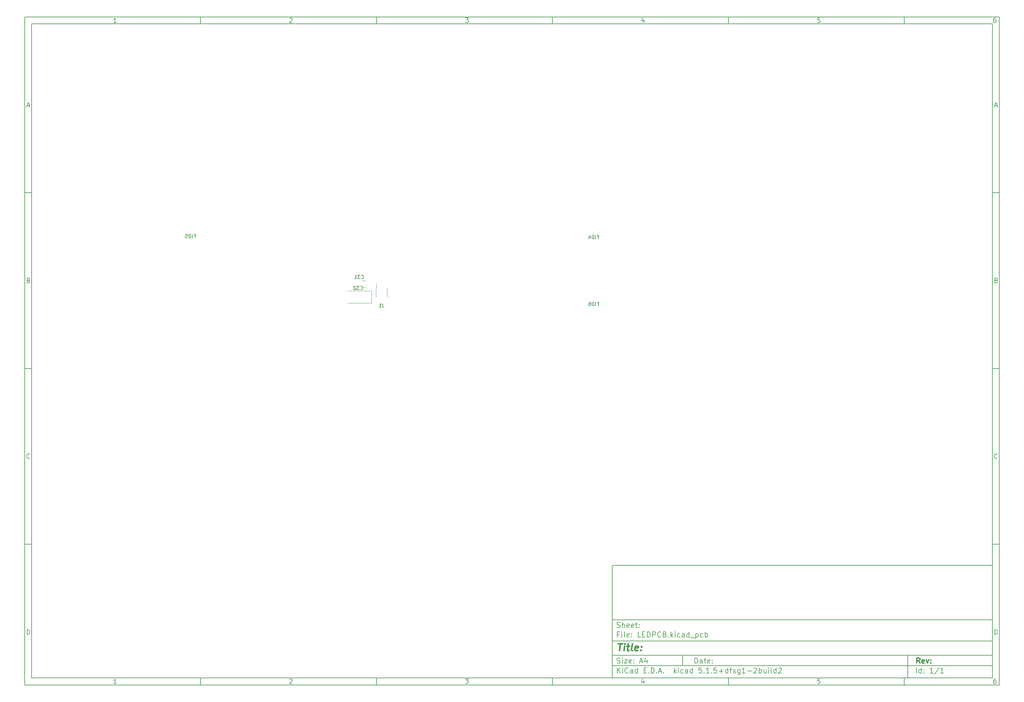
<source format=gbr>
G04 #@! TF.GenerationSoftware,KiCad,Pcbnew,5.1.5+dfsg1-2build2*
G04 #@! TF.CreationDate,2020-12-16T22:25:05+01:00*
G04 #@! TF.ProjectId,LEDPCB,4c454450-4342-42e6-9b69-6361645f7063,rev?*
G04 #@! TF.SameCoordinates,Original*
G04 #@! TF.FileFunction,Legend,Bot*
G04 #@! TF.FilePolarity,Positive*
%FSLAX46Y46*%
G04 Gerber Fmt 4.6, Leading zero omitted, Abs format (unit mm)*
G04 Created by KiCad (PCBNEW 5.1.5+dfsg1-2build2) date 2020-12-16 22:25:05*
%MOMM*%
%LPD*%
G04 APERTURE LIST*
%ADD10C,0.100000*%
%ADD11C,0.150000*%
%ADD12C,0.300000*%
%ADD13C,0.400000*%
%ADD14C,0.120000*%
G04 APERTURE END LIST*
D10*
D11*
X177002200Y-166007200D02*
X177002200Y-198007200D01*
X285002200Y-198007200D01*
X285002200Y-166007200D01*
X177002200Y-166007200D01*
D10*
D11*
X10000000Y-10000000D02*
X10000000Y-200007200D01*
X287002200Y-200007200D01*
X287002200Y-10000000D01*
X10000000Y-10000000D01*
D10*
D11*
X12000000Y-12000000D02*
X12000000Y-198007200D01*
X285002200Y-198007200D01*
X285002200Y-12000000D01*
X12000000Y-12000000D01*
D10*
D11*
X60000000Y-12000000D02*
X60000000Y-10000000D01*
D10*
D11*
X110000000Y-12000000D02*
X110000000Y-10000000D01*
D10*
D11*
X160000000Y-12000000D02*
X160000000Y-10000000D01*
D10*
D11*
X210000000Y-12000000D02*
X210000000Y-10000000D01*
D10*
D11*
X260000000Y-12000000D02*
X260000000Y-10000000D01*
D10*
D11*
X36065476Y-11588095D02*
X35322619Y-11588095D01*
X35694047Y-11588095D02*
X35694047Y-10288095D01*
X35570238Y-10473809D01*
X35446428Y-10597619D01*
X35322619Y-10659523D01*
D10*
D11*
X85322619Y-10411904D02*
X85384523Y-10350000D01*
X85508333Y-10288095D01*
X85817857Y-10288095D01*
X85941666Y-10350000D01*
X86003571Y-10411904D01*
X86065476Y-10535714D01*
X86065476Y-10659523D01*
X86003571Y-10845238D01*
X85260714Y-11588095D01*
X86065476Y-11588095D01*
D10*
D11*
X135260714Y-10288095D02*
X136065476Y-10288095D01*
X135632142Y-10783333D01*
X135817857Y-10783333D01*
X135941666Y-10845238D01*
X136003571Y-10907142D01*
X136065476Y-11030952D01*
X136065476Y-11340476D01*
X136003571Y-11464285D01*
X135941666Y-11526190D01*
X135817857Y-11588095D01*
X135446428Y-11588095D01*
X135322619Y-11526190D01*
X135260714Y-11464285D01*
D10*
D11*
X185941666Y-10721428D02*
X185941666Y-11588095D01*
X185632142Y-10226190D02*
X185322619Y-11154761D01*
X186127380Y-11154761D01*
D10*
D11*
X236003571Y-10288095D02*
X235384523Y-10288095D01*
X235322619Y-10907142D01*
X235384523Y-10845238D01*
X235508333Y-10783333D01*
X235817857Y-10783333D01*
X235941666Y-10845238D01*
X236003571Y-10907142D01*
X236065476Y-11030952D01*
X236065476Y-11340476D01*
X236003571Y-11464285D01*
X235941666Y-11526190D01*
X235817857Y-11588095D01*
X235508333Y-11588095D01*
X235384523Y-11526190D01*
X235322619Y-11464285D01*
D10*
D11*
X285941666Y-10288095D02*
X285694047Y-10288095D01*
X285570238Y-10350000D01*
X285508333Y-10411904D01*
X285384523Y-10597619D01*
X285322619Y-10845238D01*
X285322619Y-11340476D01*
X285384523Y-11464285D01*
X285446428Y-11526190D01*
X285570238Y-11588095D01*
X285817857Y-11588095D01*
X285941666Y-11526190D01*
X286003571Y-11464285D01*
X286065476Y-11340476D01*
X286065476Y-11030952D01*
X286003571Y-10907142D01*
X285941666Y-10845238D01*
X285817857Y-10783333D01*
X285570238Y-10783333D01*
X285446428Y-10845238D01*
X285384523Y-10907142D01*
X285322619Y-11030952D01*
D10*
D11*
X60000000Y-198007200D02*
X60000000Y-200007200D01*
D10*
D11*
X110000000Y-198007200D02*
X110000000Y-200007200D01*
D10*
D11*
X160000000Y-198007200D02*
X160000000Y-200007200D01*
D10*
D11*
X210000000Y-198007200D02*
X210000000Y-200007200D01*
D10*
D11*
X260000000Y-198007200D02*
X260000000Y-200007200D01*
D10*
D11*
X36065476Y-199595295D02*
X35322619Y-199595295D01*
X35694047Y-199595295D02*
X35694047Y-198295295D01*
X35570238Y-198481009D01*
X35446428Y-198604819D01*
X35322619Y-198666723D01*
D10*
D11*
X85322619Y-198419104D02*
X85384523Y-198357200D01*
X85508333Y-198295295D01*
X85817857Y-198295295D01*
X85941666Y-198357200D01*
X86003571Y-198419104D01*
X86065476Y-198542914D01*
X86065476Y-198666723D01*
X86003571Y-198852438D01*
X85260714Y-199595295D01*
X86065476Y-199595295D01*
D10*
D11*
X135260714Y-198295295D02*
X136065476Y-198295295D01*
X135632142Y-198790533D01*
X135817857Y-198790533D01*
X135941666Y-198852438D01*
X136003571Y-198914342D01*
X136065476Y-199038152D01*
X136065476Y-199347676D01*
X136003571Y-199471485D01*
X135941666Y-199533390D01*
X135817857Y-199595295D01*
X135446428Y-199595295D01*
X135322619Y-199533390D01*
X135260714Y-199471485D01*
D10*
D11*
X185941666Y-198728628D02*
X185941666Y-199595295D01*
X185632142Y-198233390D02*
X185322619Y-199161961D01*
X186127380Y-199161961D01*
D10*
D11*
X236003571Y-198295295D02*
X235384523Y-198295295D01*
X235322619Y-198914342D01*
X235384523Y-198852438D01*
X235508333Y-198790533D01*
X235817857Y-198790533D01*
X235941666Y-198852438D01*
X236003571Y-198914342D01*
X236065476Y-199038152D01*
X236065476Y-199347676D01*
X236003571Y-199471485D01*
X235941666Y-199533390D01*
X235817857Y-199595295D01*
X235508333Y-199595295D01*
X235384523Y-199533390D01*
X235322619Y-199471485D01*
D10*
D11*
X285941666Y-198295295D02*
X285694047Y-198295295D01*
X285570238Y-198357200D01*
X285508333Y-198419104D01*
X285384523Y-198604819D01*
X285322619Y-198852438D01*
X285322619Y-199347676D01*
X285384523Y-199471485D01*
X285446428Y-199533390D01*
X285570238Y-199595295D01*
X285817857Y-199595295D01*
X285941666Y-199533390D01*
X286003571Y-199471485D01*
X286065476Y-199347676D01*
X286065476Y-199038152D01*
X286003571Y-198914342D01*
X285941666Y-198852438D01*
X285817857Y-198790533D01*
X285570238Y-198790533D01*
X285446428Y-198852438D01*
X285384523Y-198914342D01*
X285322619Y-199038152D01*
D10*
D11*
X10000000Y-60000000D02*
X12000000Y-60000000D01*
D10*
D11*
X10000000Y-110000000D02*
X12000000Y-110000000D01*
D10*
D11*
X10000000Y-160000000D02*
X12000000Y-160000000D01*
D10*
D11*
X10690476Y-35216666D02*
X11309523Y-35216666D01*
X10566666Y-35588095D02*
X11000000Y-34288095D01*
X11433333Y-35588095D01*
D10*
D11*
X11092857Y-84907142D02*
X11278571Y-84969047D01*
X11340476Y-85030952D01*
X11402380Y-85154761D01*
X11402380Y-85340476D01*
X11340476Y-85464285D01*
X11278571Y-85526190D01*
X11154761Y-85588095D01*
X10659523Y-85588095D01*
X10659523Y-84288095D01*
X11092857Y-84288095D01*
X11216666Y-84350000D01*
X11278571Y-84411904D01*
X11340476Y-84535714D01*
X11340476Y-84659523D01*
X11278571Y-84783333D01*
X11216666Y-84845238D01*
X11092857Y-84907142D01*
X10659523Y-84907142D01*
D10*
D11*
X11402380Y-135464285D02*
X11340476Y-135526190D01*
X11154761Y-135588095D01*
X11030952Y-135588095D01*
X10845238Y-135526190D01*
X10721428Y-135402380D01*
X10659523Y-135278571D01*
X10597619Y-135030952D01*
X10597619Y-134845238D01*
X10659523Y-134597619D01*
X10721428Y-134473809D01*
X10845238Y-134350000D01*
X11030952Y-134288095D01*
X11154761Y-134288095D01*
X11340476Y-134350000D01*
X11402380Y-134411904D01*
D10*
D11*
X10659523Y-185588095D02*
X10659523Y-184288095D01*
X10969047Y-184288095D01*
X11154761Y-184350000D01*
X11278571Y-184473809D01*
X11340476Y-184597619D01*
X11402380Y-184845238D01*
X11402380Y-185030952D01*
X11340476Y-185278571D01*
X11278571Y-185402380D01*
X11154761Y-185526190D01*
X10969047Y-185588095D01*
X10659523Y-185588095D01*
D10*
D11*
X287002200Y-60000000D02*
X285002200Y-60000000D01*
D10*
D11*
X287002200Y-110000000D02*
X285002200Y-110000000D01*
D10*
D11*
X287002200Y-160000000D02*
X285002200Y-160000000D01*
D10*
D11*
X285692676Y-35216666D02*
X286311723Y-35216666D01*
X285568866Y-35588095D02*
X286002200Y-34288095D01*
X286435533Y-35588095D01*
D10*
D11*
X286095057Y-84907142D02*
X286280771Y-84969047D01*
X286342676Y-85030952D01*
X286404580Y-85154761D01*
X286404580Y-85340476D01*
X286342676Y-85464285D01*
X286280771Y-85526190D01*
X286156961Y-85588095D01*
X285661723Y-85588095D01*
X285661723Y-84288095D01*
X286095057Y-84288095D01*
X286218866Y-84350000D01*
X286280771Y-84411904D01*
X286342676Y-84535714D01*
X286342676Y-84659523D01*
X286280771Y-84783333D01*
X286218866Y-84845238D01*
X286095057Y-84907142D01*
X285661723Y-84907142D01*
D10*
D11*
X286404580Y-135464285D02*
X286342676Y-135526190D01*
X286156961Y-135588095D01*
X286033152Y-135588095D01*
X285847438Y-135526190D01*
X285723628Y-135402380D01*
X285661723Y-135278571D01*
X285599819Y-135030952D01*
X285599819Y-134845238D01*
X285661723Y-134597619D01*
X285723628Y-134473809D01*
X285847438Y-134350000D01*
X286033152Y-134288095D01*
X286156961Y-134288095D01*
X286342676Y-134350000D01*
X286404580Y-134411904D01*
D10*
D11*
X285661723Y-185588095D02*
X285661723Y-184288095D01*
X285971247Y-184288095D01*
X286156961Y-184350000D01*
X286280771Y-184473809D01*
X286342676Y-184597619D01*
X286404580Y-184845238D01*
X286404580Y-185030952D01*
X286342676Y-185278571D01*
X286280771Y-185402380D01*
X286156961Y-185526190D01*
X285971247Y-185588095D01*
X285661723Y-185588095D01*
D10*
D11*
X200434342Y-193785771D02*
X200434342Y-192285771D01*
X200791485Y-192285771D01*
X201005771Y-192357200D01*
X201148628Y-192500057D01*
X201220057Y-192642914D01*
X201291485Y-192928628D01*
X201291485Y-193142914D01*
X201220057Y-193428628D01*
X201148628Y-193571485D01*
X201005771Y-193714342D01*
X200791485Y-193785771D01*
X200434342Y-193785771D01*
X202577200Y-193785771D02*
X202577200Y-193000057D01*
X202505771Y-192857200D01*
X202362914Y-192785771D01*
X202077200Y-192785771D01*
X201934342Y-192857200D01*
X202577200Y-193714342D02*
X202434342Y-193785771D01*
X202077200Y-193785771D01*
X201934342Y-193714342D01*
X201862914Y-193571485D01*
X201862914Y-193428628D01*
X201934342Y-193285771D01*
X202077200Y-193214342D01*
X202434342Y-193214342D01*
X202577200Y-193142914D01*
X203077200Y-192785771D02*
X203648628Y-192785771D01*
X203291485Y-192285771D02*
X203291485Y-193571485D01*
X203362914Y-193714342D01*
X203505771Y-193785771D01*
X203648628Y-193785771D01*
X204720057Y-193714342D02*
X204577200Y-193785771D01*
X204291485Y-193785771D01*
X204148628Y-193714342D01*
X204077200Y-193571485D01*
X204077200Y-193000057D01*
X204148628Y-192857200D01*
X204291485Y-192785771D01*
X204577200Y-192785771D01*
X204720057Y-192857200D01*
X204791485Y-193000057D01*
X204791485Y-193142914D01*
X204077200Y-193285771D01*
X205434342Y-193642914D02*
X205505771Y-193714342D01*
X205434342Y-193785771D01*
X205362914Y-193714342D01*
X205434342Y-193642914D01*
X205434342Y-193785771D01*
X205434342Y-192857200D02*
X205505771Y-192928628D01*
X205434342Y-193000057D01*
X205362914Y-192928628D01*
X205434342Y-192857200D01*
X205434342Y-193000057D01*
D10*
D11*
X177002200Y-194507200D02*
X285002200Y-194507200D01*
D10*
D11*
X178434342Y-196585771D02*
X178434342Y-195085771D01*
X179291485Y-196585771D02*
X178648628Y-195728628D01*
X179291485Y-195085771D02*
X178434342Y-195942914D01*
X179934342Y-196585771D02*
X179934342Y-195585771D01*
X179934342Y-195085771D02*
X179862914Y-195157200D01*
X179934342Y-195228628D01*
X180005771Y-195157200D01*
X179934342Y-195085771D01*
X179934342Y-195228628D01*
X181505771Y-196442914D02*
X181434342Y-196514342D01*
X181220057Y-196585771D01*
X181077200Y-196585771D01*
X180862914Y-196514342D01*
X180720057Y-196371485D01*
X180648628Y-196228628D01*
X180577200Y-195942914D01*
X180577200Y-195728628D01*
X180648628Y-195442914D01*
X180720057Y-195300057D01*
X180862914Y-195157200D01*
X181077200Y-195085771D01*
X181220057Y-195085771D01*
X181434342Y-195157200D01*
X181505771Y-195228628D01*
X182791485Y-196585771D02*
X182791485Y-195800057D01*
X182720057Y-195657200D01*
X182577200Y-195585771D01*
X182291485Y-195585771D01*
X182148628Y-195657200D01*
X182791485Y-196514342D02*
X182648628Y-196585771D01*
X182291485Y-196585771D01*
X182148628Y-196514342D01*
X182077200Y-196371485D01*
X182077200Y-196228628D01*
X182148628Y-196085771D01*
X182291485Y-196014342D01*
X182648628Y-196014342D01*
X182791485Y-195942914D01*
X184148628Y-196585771D02*
X184148628Y-195085771D01*
X184148628Y-196514342D02*
X184005771Y-196585771D01*
X183720057Y-196585771D01*
X183577200Y-196514342D01*
X183505771Y-196442914D01*
X183434342Y-196300057D01*
X183434342Y-195871485D01*
X183505771Y-195728628D01*
X183577200Y-195657200D01*
X183720057Y-195585771D01*
X184005771Y-195585771D01*
X184148628Y-195657200D01*
X186005771Y-195800057D02*
X186505771Y-195800057D01*
X186720057Y-196585771D02*
X186005771Y-196585771D01*
X186005771Y-195085771D01*
X186720057Y-195085771D01*
X187362914Y-196442914D02*
X187434342Y-196514342D01*
X187362914Y-196585771D01*
X187291485Y-196514342D01*
X187362914Y-196442914D01*
X187362914Y-196585771D01*
X188077200Y-196585771D02*
X188077200Y-195085771D01*
X188434342Y-195085771D01*
X188648628Y-195157200D01*
X188791485Y-195300057D01*
X188862914Y-195442914D01*
X188934342Y-195728628D01*
X188934342Y-195942914D01*
X188862914Y-196228628D01*
X188791485Y-196371485D01*
X188648628Y-196514342D01*
X188434342Y-196585771D01*
X188077200Y-196585771D01*
X189577200Y-196442914D02*
X189648628Y-196514342D01*
X189577200Y-196585771D01*
X189505771Y-196514342D01*
X189577200Y-196442914D01*
X189577200Y-196585771D01*
X190220057Y-196157200D02*
X190934342Y-196157200D01*
X190077200Y-196585771D02*
X190577200Y-195085771D01*
X191077200Y-196585771D01*
X191577200Y-196442914D02*
X191648628Y-196514342D01*
X191577200Y-196585771D01*
X191505771Y-196514342D01*
X191577200Y-196442914D01*
X191577200Y-196585771D01*
X194577200Y-196585771D02*
X194577200Y-195085771D01*
X194720057Y-196014342D02*
X195148628Y-196585771D01*
X195148628Y-195585771D02*
X194577200Y-196157200D01*
X195791485Y-196585771D02*
X195791485Y-195585771D01*
X195791485Y-195085771D02*
X195720057Y-195157200D01*
X195791485Y-195228628D01*
X195862914Y-195157200D01*
X195791485Y-195085771D01*
X195791485Y-195228628D01*
X197148628Y-196514342D02*
X197005771Y-196585771D01*
X196720057Y-196585771D01*
X196577200Y-196514342D01*
X196505771Y-196442914D01*
X196434342Y-196300057D01*
X196434342Y-195871485D01*
X196505771Y-195728628D01*
X196577200Y-195657200D01*
X196720057Y-195585771D01*
X197005771Y-195585771D01*
X197148628Y-195657200D01*
X198434342Y-196585771D02*
X198434342Y-195800057D01*
X198362914Y-195657200D01*
X198220057Y-195585771D01*
X197934342Y-195585771D01*
X197791485Y-195657200D01*
X198434342Y-196514342D02*
X198291485Y-196585771D01*
X197934342Y-196585771D01*
X197791485Y-196514342D01*
X197720057Y-196371485D01*
X197720057Y-196228628D01*
X197791485Y-196085771D01*
X197934342Y-196014342D01*
X198291485Y-196014342D01*
X198434342Y-195942914D01*
X199791485Y-196585771D02*
X199791485Y-195085771D01*
X199791485Y-196514342D02*
X199648628Y-196585771D01*
X199362914Y-196585771D01*
X199220057Y-196514342D01*
X199148628Y-196442914D01*
X199077200Y-196300057D01*
X199077200Y-195871485D01*
X199148628Y-195728628D01*
X199220057Y-195657200D01*
X199362914Y-195585771D01*
X199648628Y-195585771D01*
X199791485Y-195657200D01*
X202362914Y-195085771D02*
X201648628Y-195085771D01*
X201577200Y-195800057D01*
X201648628Y-195728628D01*
X201791485Y-195657200D01*
X202148628Y-195657200D01*
X202291485Y-195728628D01*
X202362914Y-195800057D01*
X202434342Y-195942914D01*
X202434342Y-196300057D01*
X202362914Y-196442914D01*
X202291485Y-196514342D01*
X202148628Y-196585771D01*
X201791485Y-196585771D01*
X201648628Y-196514342D01*
X201577200Y-196442914D01*
X203077200Y-196442914D02*
X203148628Y-196514342D01*
X203077200Y-196585771D01*
X203005771Y-196514342D01*
X203077200Y-196442914D01*
X203077200Y-196585771D01*
X204577200Y-196585771D02*
X203720057Y-196585771D01*
X204148628Y-196585771D02*
X204148628Y-195085771D01*
X204005771Y-195300057D01*
X203862914Y-195442914D01*
X203720057Y-195514342D01*
X205220057Y-196442914D02*
X205291485Y-196514342D01*
X205220057Y-196585771D01*
X205148628Y-196514342D01*
X205220057Y-196442914D01*
X205220057Y-196585771D01*
X206648628Y-195085771D02*
X205934342Y-195085771D01*
X205862914Y-195800057D01*
X205934342Y-195728628D01*
X206077200Y-195657200D01*
X206434342Y-195657200D01*
X206577200Y-195728628D01*
X206648628Y-195800057D01*
X206720057Y-195942914D01*
X206720057Y-196300057D01*
X206648628Y-196442914D01*
X206577200Y-196514342D01*
X206434342Y-196585771D01*
X206077200Y-196585771D01*
X205934342Y-196514342D01*
X205862914Y-196442914D01*
X207362914Y-196014342D02*
X208505771Y-196014342D01*
X207934342Y-196585771D02*
X207934342Y-195442914D01*
X209862914Y-196585771D02*
X209862914Y-195085771D01*
X209862914Y-196514342D02*
X209720057Y-196585771D01*
X209434342Y-196585771D01*
X209291485Y-196514342D01*
X209220057Y-196442914D01*
X209148628Y-196300057D01*
X209148628Y-195871485D01*
X209220057Y-195728628D01*
X209291485Y-195657200D01*
X209434342Y-195585771D01*
X209720057Y-195585771D01*
X209862914Y-195657200D01*
X210362914Y-195585771D02*
X210934342Y-195585771D01*
X210577200Y-196585771D02*
X210577200Y-195300057D01*
X210648628Y-195157200D01*
X210791485Y-195085771D01*
X210934342Y-195085771D01*
X211362914Y-196514342D02*
X211505771Y-196585771D01*
X211791485Y-196585771D01*
X211934342Y-196514342D01*
X212005771Y-196371485D01*
X212005771Y-196300057D01*
X211934342Y-196157200D01*
X211791485Y-196085771D01*
X211577200Y-196085771D01*
X211434342Y-196014342D01*
X211362914Y-195871485D01*
X211362914Y-195800057D01*
X211434342Y-195657200D01*
X211577200Y-195585771D01*
X211791485Y-195585771D01*
X211934342Y-195657200D01*
X213291485Y-195585771D02*
X213291485Y-196800057D01*
X213220057Y-196942914D01*
X213148628Y-197014342D01*
X213005771Y-197085771D01*
X212791485Y-197085771D01*
X212648628Y-197014342D01*
X213291485Y-196514342D02*
X213148628Y-196585771D01*
X212862914Y-196585771D01*
X212720057Y-196514342D01*
X212648628Y-196442914D01*
X212577200Y-196300057D01*
X212577200Y-195871485D01*
X212648628Y-195728628D01*
X212720057Y-195657200D01*
X212862914Y-195585771D01*
X213148628Y-195585771D01*
X213291485Y-195657200D01*
X214791485Y-196585771D02*
X213934342Y-196585771D01*
X214362914Y-196585771D02*
X214362914Y-195085771D01*
X214220057Y-195300057D01*
X214077200Y-195442914D01*
X213934342Y-195514342D01*
X215434342Y-196014342D02*
X216577200Y-196014342D01*
X217220057Y-195228628D02*
X217291485Y-195157200D01*
X217434342Y-195085771D01*
X217791485Y-195085771D01*
X217934342Y-195157200D01*
X218005771Y-195228628D01*
X218077200Y-195371485D01*
X218077200Y-195514342D01*
X218005771Y-195728628D01*
X217148628Y-196585771D01*
X218077200Y-196585771D01*
X218720057Y-196585771D02*
X218720057Y-195085771D01*
X218720057Y-195657200D02*
X218862914Y-195585771D01*
X219148628Y-195585771D01*
X219291485Y-195657200D01*
X219362914Y-195728628D01*
X219434342Y-195871485D01*
X219434342Y-196300057D01*
X219362914Y-196442914D01*
X219291485Y-196514342D01*
X219148628Y-196585771D01*
X218862914Y-196585771D01*
X218720057Y-196514342D01*
X220720057Y-195585771D02*
X220720057Y-196585771D01*
X220077200Y-195585771D02*
X220077200Y-196371485D01*
X220148628Y-196514342D01*
X220291485Y-196585771D01*
X220505771Y-196585771D01*
X220648628Y-196514342D01*
X220720057Y-196442914D01*
X221434342Y-196585771D02*
X221434342Y-195585771D01*
X221434342Y-195085771D02*
X221362914Y-195157200D01*
X221434342Y-195228628D01*
X221505771Y-195157200D01*
X221434342Y-195085771D01*
X221434342Y-195228628D01*
X222362914Y-196585771D02*
X222220057Y-196514342D01*
X222148628Y-196371485D01*
X222148628Y-195085771D01*
X223577200Y-196585771D02*
X223577200Y-195085771D01*
X223577200Y-196514342D02*
X223434342Y-196585771D01*
X223148628Y-196585771D01*
X223005771Y-196514342D01*
X222934342Y-196442914D01*
X222862914Y-196300057D01*
X222862914Y-195871485D01*
X222934342Y-195728628D01*
X223005771Y-195657200D01*
X223148628Y-195585771D01*
X223434342Y-195585771D01*
X223577200Y-195657200D01*
X224220057Y-195228628D02*
X224291485Y-195157200D01*
X224434342Y-195085771D01*
X224791485Y-195085771D01*
X224934342Y-195157200D01*
X225005771Y-195228628D01*
X225077200Y-195371485D01*
X225077200Y-195514342D01*
X225005771Y-195728628D01*
X224148628Y-196585771D01*
X225077200Y-196585771D01*
D10*
D11*
X177002200Y-191507200D02*
X285002200Y-191507200D01*
D10*
D12*
X264411485Y-193785771D02*
X263911485Y-193071485D01*
X263554342Y-193785771D02*
X263554342Y-192285771D01*
X264125771Y-192285771D01*
X264268628Y-192357200D01*
X264340057Y-192428628D01*
X264411485Y-192571485D01*
X264411485Y-192785771D01*
X264340057Y-192928628D01*
X264268628Y-193000057D01*
X264125771Y-193071485D01*
X263554342Y-193071485D01*
X265625771Y-193714342D02*
X265482914Y-193785771D01*
X265197200Y-193785771D01*
X265054342Y-193714342D01*
X264982914Y-193571485D01*
X264982914Y-193000057D01*
X265054342Y-192857200D01*
X265197200Y-192785771D01*
X265482914Y-192785771D01*
X265625771Y-192857200D01*
X265697200Y-193000057D01*
X265697200Y-193142914D01*
X264982914Y-193285771D01*
X266197200Y-192785771D02*
X266554342Y-193785771D01*
X266911485Y-192785771D01*
X267482914Y-193642914D02*
X267554342Y-193714342D01*
X267482914Y-193785771D01*
X267411485Y-193714342D01*
X267482914Y-193642914D01*
X267482914Y-193785771D01*
X267482914Y-192857200D02*
X267554342Y-192928628D01*
X267482914Y-193000057D01*
X267411485Y-192928628D01*
X267482914Y-192857200D01*
X267482914Y-193000057D01*
D10*
D11*
X178362914Y-193714342D02*
X178577200Y-193785771D01*
X178934342Y-193785771D01*
X179077200Y-193714342D01*
X179148628Y-193642914D01*
X179220057Y-193500057D01*
X179220057Y-193357200D01*
X179148628Y-193214342D01*
X179077200Y-193142914D01*
X178934342Y-193071485D01*
X178648628Y-193000057D01*
X178505771Y-192928628D01*
X178434342Y-192857200D01*
X178362914Y-192714342D01*
X178362914Y-192571485D01*
X178434342Y-192428628D01*
X178505771Y-192357200D01*
X178648628Y-192285771D01*
X179005771Y-192285771D01*
X179220057Y-192357200D01*
X179862914Y-193785771D02*
X179862914Y-192785771D01*
X179862914Y-192285771D02*
X179791485Y-192357200D01*
X179862914Y-192428628D01*
X179934342Y-192357200D01*
X179862914Y-192285771D01*
X179862914Y-192428628D01*
X180434342Y-192785771D02*
X181220057Y-192785771D01*
X180434342Y-193785771D01*
X181220057Y-193785771D01*
X182362914Y-193714342D02*
X182220057Y-193785771D01*
X181934342Y-193785771D01*
X181791485Y-193714342D01*
X181720057Y-193571485D01*
X181720057Y-193000057D01*
X181791485Y-192857200D01*
X181934342Y-192785771D01*
X182220057Y-192785771D01*
X182362914Y-192857200D01*
X182434342Y-193000057D01*
X182434342Y-193142914D01*
X181720057Y-193285771D01*
X183077200Y-193642914D02*
X183148628Y-193714342D01*
X183077200Y-193785771D01*
X183005771Y-193714342D01*
X183077200Y-193642914D01*
X183077200Y-193785771D01*
X183077200Y-192857200D02*
X183148628Y-192928628D01*
X183077200Y-193000057D01*
X183005771Y-192928628D01*
X183077200Y-192857200D01*
X183077200Y-193000057D01*
X184862914Y-193357200D02*
X185577200Y-193357200D01*
X184720057Y-193785771D02*
X185220057Y-192285771D01*
X185720057Y-193785771D01*
X186862914Y-192785771D02*
X186862914Y-193785771D01*
X186505771Y-192214342D02*
X186148628Y-193285771D01*
X187077200Y-193285771D01*
D10*
D11*
X263434342Y-196585771D02*
X263434342Y-195085771D01*
X264791485Y-196585771D02*
X264791485Y-195085771D01*
X264791485Y-196514342D02*
X264648628Y-196585771D01*
X264362914Y-196585771D01*
X264220057Y-196514342D01*
X264148628Y-196442914D01*
X264077200Y-196300057D01*
X264077200Y-195871485D01*
X264148628Y-195728628D01*
X264220057Y-195657200D01*
X264362914Y-195585771D01*
X264648628Y-195585771D01*
X264791485Y-195657200D01*
X265505771Y-196442914D02*
X265577200Y-196514342D01*
X265505771Y-196585771D01*
X265434342Y-196514342D01*
X265505771Y-196442914D01*
X265505771Y-196585771D01*
X265505771Y-195657200D02*
X265577200Y-195728628D01*
X265505771Y-195800057D01*
X265434342Y-195728628D01*
X265505771Y-195657200D01*
X265505771Y-195800057D01*
X268148628Y-196585771D02*
X267291485Y-196585771D01*
X267720057Y-196585771D02*
X267720057Y-195085771D01*
X267577200Y-195300057D01*
X267434342Y-195442914D01*
X267291485Y-195514342D01*
X269862914Y-195014342D02*
X268577200Y-196942914D01*
X271148628Y-196585771D02*
X270291485Y-196585771D01*
X270720057Y-196585771D02*
X270720057Y-195085771D01*
X270577200Y-195300057D01*
X270434342Y-195442914D01*
X270291485Y-195514342D01*
D10*
D11*
X177002200Y-187507200D02*
X285002200Y-187507200D01*
D10*
D13*
X178714580Y-188211961D02*
X179857438Y-188211961D01*
X179036009Y-190211961D02*
X179286009Y-188211961D01*
X180274104Y-190211961D02*
X180440771Y-188878628D01*
X180524104Y-188211961D02*
X180416961Y-188307200D01*
X180500295Y-188402438D01*
X180607438Y-188307200D01*
X180524104Y-188211961D01*
X180500295Y-188402438D01*
X181107438Y-188878628D02*
X181869342Y-188878628D01*
X181476485Y-188211961D02*
X181262200Y-189926247D01*
X181333628Y-190116723D01*
X181512200Y-190211961D01*
X181702676Y-190211961D01*
X182655057Y-190211961D02*
X182476485Y-190116723D01*
X182405057Y-189926247D01*
X182619342Y-188211961D01*
X184190771Y-190116723D02*
X183988390Y-190211961D01*
X183607438Y-190211961D01*
X183428866Y-190116723D01*
X183357438Y-189926247D01*
X183452676Y-189164342D01*
X183571723Y-188973866D01*
X183774104Y-188878628D01*
X184155057Y-188878628D01*
X184333628Y-188973866D01*
X184405057Y-189164342D01*
X184381247Y-189354819D01*
X183405057Y-189545295D01*
X185155057Y-190021485D02*
X185238390Y-190116723D01*
X185131247Y-190211961D01*
X185047914Y-190116723D01*
X185155057Y-190021485D01*
X185131247Y-190211961D01*
X185286009Y-188973866D02*
X185369342Y-189069104D01*
X185262200Y-189164342D01*
X185178866Y-189069104D01*
X185286009Y-188973866D01*
X185262200Y-189164342D01*
D10*
D11*
X178934342Y-185600057D02*
X178434342Y-185600057D01*
X178434342Y-186385771D02*
X178434342Y-184885771D01*
X179148628Y-184885771D01*
X179720057Y-186385771D02*
X179720057Y-185385771D01*
X179720057Y-184885771D02*
X179648628Y-184957200D01*
X179720057Y-185028628D01*
X179791485Y-184957200D01*
X179720057Y-184885771D01*
X179720057Y-185028628D01*
X180648628Y-186385771D02*
X180505771Y-186314342D01*
X180434342Y-186171485D01*
X180434342Y-184885771D01*
X181791485Y-186314342D02*
X181648628Y-186385771D01*
X181362914Y-186385771D01*
X181220057Y-186314342D01*
X181148628Y-186171485D01*
X181148628Y-185600057D01*
X181220057Y-185457200D01*
X181362914Y-185385771D01*
X181648628Y-185385771D01*
X181791485Y-185457200D01*
X181862914Y-185600057D01*
X181862914Y-185742914D01*
X181148628Y-185885771D01*
X182505771Y-186242914D02*
X182577200Y-186314342D01*
X182505771Y-186385771D01*
X182434342Y-186314342D01*
X182505771Y-186242914D01*
X182505771Y-186385771D01*
X182505771Y-185457200D02*
X182577200Y-185528628D01*
X182505771Y-185600057D01*
X182434342Y-185528628D01*
X182505771Y-185457200D01*
X182505771Y-185600057D01*
X185077200Y-186385771D02*
X184362914Y-186385771D01*
X184362914Y-184885771D01*
X185577200Y-185600057D02*
X186077200Y-185600057D01*
X186291485Y-186385771D02*
X185577200Y-186385771D01*
X185577200Y-184885771D01*
X186291485Y-184885771D01*
X186934342Y-186385771D02*
X186934342Y-184885771D01*
X187291485Y-184885771D01*
X187505771Y-184957200D01*
X187648628Y-185100057D01*
X187720057Y-185242914D01*
X187791485Y-185528628D01*
X187791485Y-185742914D01*
X187720057Y-186028628D01*
X187648628Y-186171485D01*
X187505771Y-186314342D01*
X187291485Y-186385771D01*
X186934342Y-186385771D01*
X188434342Y-186385771D02*
X188434342Y-184885771D01*
X189005771Y-184885771D01*
X189148628Y-184957200D01*
X189220057Y-185028628D01*
X189291485Y-185171485D01*
X189291485Y-185385771D01*
X189220057Y-185528628D01*
X189148628Y-185600057D01*
X189005771Y-185671485D01*
X188434342Y-185671485D01*
X190791485Y-186242914D02*
X190720057Y-186314342D01*
X190505771Y-186385771D01*
X190362914Y-186385771D01*
X190148628Y-186314342D01*
X190005771Y-186171485D01*
X189934342Y-186028628D01*
X189862914Y-185742914D01*
X189862914Y-185528628D01*
X189934342Y-185242914D01*
X190005771Y-185100057D01*
X190148628Y-184957200D01*
X190362914Y-184885771D01*
X190505771Y-184885771D01*
X190720057Y-184957200D01*
X190791485Y-185028628D01*
X191934342Y-185600057D02*
X192148628Y-185671485D01*
X192220057Y-185742914D01*
X192291485Y-185885771D01*
X192291485Y-186100057D01*
X192220057Y-186242914D01*
X192148628Y-186314342D01*
X192005771Y-186385771D01*
X191434342Y-186385771D01*
X191434342Y-184885771D01*
X191934342Y-184885771D01*
X192077200Y-184957200D01*
X192148628Y-185028628D01*
X192220057Y-185171485D01*
X192220057Y-185314342D01*
X192148628Y-185457200D01*
X192077200Y-185528628D01*
X191934342Y-185600057D01*
X191434342Y-185600057D01*
X192934342Y-186242914D02*
X193005771Y-186314342D01*
X192934342Y-186385771D01*
X192862914Y-186314342D01*
X192934342Y-186242914D01*
X192934342Y-186385771D01*
X193648628Y-186385771D02*
X193648628Y-184885771D01*
X193791485Y-185814342D02*
X194220057Y-186385771D01*
X194220057Y-185385771D02*
X193648628Y-185957200D01*
X194862914Y-186385771D02*
X194862914Y-185385771D01*
X194862914Y-184885771D02*
X194791485Y-184957200D01*
X194862914Y-185028628D01*
X194934342Y-184957200D01*
X194862914Y-184885771D01*
X194862914Y-185028628D01*
X196220057Y-186314342D02*
X196077200Y-186385771D01*
X195791485Y-186385771D01*
X195648628Y-186314342D01*
X195577200Y-186242914D01*
X195505771Y-186100057D01*
X195505771Y-185671485D01*
X195577200Y-185528628D01*
X195648628Y-185457200D01*
X195791485Y-185385771D01*
X196077200Y-185385771D01*
X196220057Y-185457200D01*
X197505771Y-186385771D02*
X197505771Y-185600057D01*
X197434342Y-185457200D01*
X197291485Y-185385771D01*
X197005771Y-185385771D01*
X196862914Y-185457200D01*
X197505771Y-186314342D02*
X197362914Y-186385771D01*
X197005771Y-186385771D01*
X196862914Y-186314342D01*
X196791485Y-186171485D01*
X196791485Y-186028628D01*
X196862914Y-185885771D01*
X197005771Y-185814342D01*
X197362914Y-185814342D01*
X197505771Y-185742914D01*
X198862914Y-186385771D02*
X198862914Y-184885771D01*
X198862914Y-186314342D02*
X198720057Y-186385771D01*
X198434342Y-186385771D01*
X198291485Y-186314342D01*
X198220057Y-186242914D01*
X198148628Y-186100057D01*
X198148628Y-185671485D01*
X198220057Y-185528628D01*
X198291485Y-185457200D01*
X198434342Y-185385771D01*
X198720057Y-185385771D01*
X198862914Y-185457200D01*
X199220057Y-186528628D02*
X200362914Y-186528628D01*
X200720057Y-185385771D02*
X200720057Y-186885771D01*
X200720057Y-185457200D02*
X200862914Y-185385771D01*
X201148628Y-185385771D01*
X201291485Y-185457200D01*
X201362914Y-185528628D01*
X201434342Y-185671485D01*
X201434342Y-186100057D01*
X201362914Y-186242914D01*
X201291485Y-186314342D01*
X201148628Y-186385771D01*
X200862914Y-186385771D01*
X200720057Y-186314342D01*
X202720057Y-186314342D02*
X202577200Y-186385771D01*
X202291485Y-186385771D01*
X202148628Y-186314342D01*
X202077200Y-186242914D01*
X202005771Y-186100057D01*
X202005771Y-185671485D01*
X202077200Y-185528628D01*
X202148628Y-185457200D01*
X202291485Y-185385771D01*
X202577200Y-185385771D01*
X202720057Y-185457200D01*
X203362914Y-186385771D02*
X203362914Y-184885771D01*
X203362914Y-185457200D02*
X203505771Y-185385771D01*
X203791485Y-185385771D01*
X203934342Y-185457200D01*
X204005771Y-185528628D01*
X204077200Y-185671485D01*
X204077200Y-186100057D01*
X204005771Y-186242914D01*
X203934342Y-186314342D01*
X203791485Y-186385771D01*
X203505771Y-186385771D01*
X203362914Y-186314342D01*
D10*
D11*
X177002200Y-181507200D02*
X285002200Y-181507200D01*
D10*
D11*
X178362914Y-183614342D02*
X178577200Y-183685771D01*
X178934342Y-183685771D01*
X179077200Y-183614342D01*
X179148628Y-183542914D01*
X179220057Y-183400057D01*
X179220057Y-183257200D01*
X179148628Y-183114342D01*
X179077200Y-183042914D01*
X178934342Y-182971485D01*
X178648628Y-182900057D01*
X178505771Y-182828628D01*
X178434342Y-182757200D01*
X178362914Y-182614342D01*
X178362914Y-182471485D01*
X178434342Y-182328628D01*
X178505771Y-182257200D01*
X178648628Y-182185771D01*
X179005771Y-182185771D01*
X179220057Y-182257200D01*
X179862914Y-183685771D02*
X179862914Y-182185771D01*
X180505771Y-183685771D02*
X180505771Y-182900057D01*
X180434342Y-182757200D01*
X180291485Y-182685771D01*
X180077200Y-182685771D01*
X179934342Y-182757200D01*
X179862914Y-182828628D01*
X181791485Y-183614342D02*
X181648628Y-183685771D01*
X181362914Y-183685771D01*
X181220057Y-183614342D01*
X181148628Y-183471485D01*
X181148628Y-182900057D01*
X181220057Y-182757200D01*
X181362914Y-182685771D01*
X181648628Y-182685771D01*
X181791485Y-182757200D01*
X181862914Y-182900057D01*
X181862914Y-183042914D01*
X181148628Y-183185771D01*
X183077200Y-183614342D02*
X182934342Y-183685771D01*
X182648628Y-183685771D01*
X182505771Y-183614342D01*
X182434342Y-183471485D01*
X182434342Y-182900057D01*
X182505771Y-182757200D01*
X182648628Y-182685771D01*
X182934342Y-182685771D01*
X183077200Y-182757200D01*
X183148628Y-182900057D01*
X183148628Y-183042914D01*
X182434342Y-183185771D01*
X183577200Y-182685771D02*
X184148628Y-182685771D01*
X183791485Y-182185771D02*
X183791485Y-183471485D01*
X183862914Y-183614342D01*
X184005771Y-183685771D01*
X184148628Y-183685771D01*
X184648628Y-183542914D02*
X184720057Y-183614342D01*
X184648628Y-183685771D01*
X184577200Y-183614342D01*
X184648628Y-183542914D01*
X184648628Y-183685771D01*
X184648628Y-182757200D02*
X184720057Y-182828628D01*
X184648628Y-182900057D01*
X184577200Y-182828628D01*
X184648628Y-182757200D01*
X184648628Y-182900057D01*
D10*
D11*
X197002200Y-191507200D02*
X197002200Y-194507200D01*
D10*
D11*
X261002200Y-191507200D02*
X261002200Y-198007200D01*
D14*
X106964564Y-85069000D02*
X105760436Y-85069000D01*
X106964564Y-86889000D02*
X105760436Y-86889000D01*
X109866500Y-87181000D02*
X109866500Y-89601000D01*
X112986500Y-87181000D02*
X112986500Y-89601000D01*
X109916500Y-85801000D02*
X109916500Y-87181000D01*
X109866500Y-87181000D02*
X109916500Y-87181000D01*
X109866500Y-89601000D02*
X109916500Y-89601000D01*
X112936500Y-87181000D02*
X112986500Y-87181000D01*
X112936500Y-89601000D02*
X112986500Y-89601000D01*
X101775000Y-87952000D02*
X108535000Y-87952000D01*
X108535000Y-87952000D02*
X108535000Y-91372000D01*
X108535000Y-91372000D02*
X101775000Y-91372000D01*
D11*
X105674857Y-84367642D02*
X105722476Y-84415261D01*
X105865333Y-84462880D01*
X105960571Y-84462880D01*
X106103428Y-84415261D01*
X106198666Y-84320023D01*
X106246285Y-84224785D01*
X106293904Y-84034309D01*
X106293904Y-83891452D01*
X106246285Y-83700976D01*
X106198666Y-83605738D01*
X106103428Y-83510500D01*
X105960571Y-83462880D01*
X105865333Y-83462880D01*
X105722476Y-83510500D01*
X105674857Y-83558119D01*
X105341523Y-83462880D02*
X104722476Y-83462880D01*
X105055809Y-83843833D01*
X104912952Y-83843833D01*
X104817714Y-83891452D01*
X104770095Y-83939071D01*
X104722476Y-84034309D01*
X104722476Y-84272404D01*
X104770095Y-84367642D01*
X104817714Y-84415261D01*
X104912952Y-84462880D01*
X105198666Y-84462880D01*
X105293904Y-84415261D01*
X105341523Y-84367642D01*
X103770095Y-84462880D02*
X104341523Y-84462880D01*
X104055809Y-84462880D02*
X104055809Y-83462880D01*
X104151047Y-83605738D01*
X104246285Y-83700976D01*
X104341523Y-83748595D01*
X111775833Y-91527380D02*
X111775833Y-92241666D01*
X111823452Y-92384523D01*
X111918690Y-92479761D01*
X112061547Y-92527380D01*
X112156785Y-92527380D01*
X110775833Y-92527380D02*
X111347261Y-92527380D01*
X111061547Y-92527380D02*
X111061547Y-91527380D01*
X111156785Y-91670238D01*
X111252023Y-91765476D01*
X111347261Y-91813095D01*
X105417857Y-87469142D02*
X105465476Y-87516761D01*
X105608333Y-87564380D01*
X105703571Y-87564380D01*
X105846428Y-87516761D01*
X105941666Y-87421523D01*
X105989285Y-87326285D01*
X106036904Y-87135809D01*
X106036904Y-86992952D01*
X105989285Y-86802476D01*
X105941666Y-86707238D01*
X105846428Y-86612000D01*
X105703571Y-86564380D01*
X105608333Y-86564380D01*
X105465476Y-86612000D01*
X105417857Y-86659619D01*
X105084523Y-86564380D02*
X104465476Y-86564380D01*
X104798809Y-86945333D01*
X104655952Y-86945333D01*
X104560714Y-86992952D01*
X104513095Y-87040571D01*
X104465476Y-87135809D01*
X104465476Y-87373904D01*
X104513095Y-87469142D01*
X104560714Y-87516761D01*
X104655952Y-87564380D01*
X104941666Y-87564380D01*
X105036904Y-87516761D01*
X105084523Y-87469142D01*
X104084523Y-86659619D02*
X104036904Y-86612000D01*
X103941666Y-86564380D01*
X103703571Y-86564380D01*
X103608333Y-86612000D01*
X103560714Y-86659619D01*
X103513095Y-86754857D01*
X103513095Y-86850095D01*
X103560714Y-86992952D01*
X104132142Y-87564380D01*
X103513095Y-87564380D01*
X172775428Y-72540571D02*
X173108761Y-72540571D01*
X173108761Y-73064380D02*
X173108761Y-72064380D01*
X172632571Y-72064380D01*
X172251619Y-73064380D02*
X172251619Y-72064380D01*
X171775428Y-73064380D02*
X171775428Y-72064380D01*
X171537333Y-72064380D01*
X171394476Y-72112000D01*
X171299238Y-72207238D01*
X171251619Y-72302476D01*
X171204000Y-72492952D01*
X171204000Y-72635809D01*
X171251619Y-72826285D01*
X171299238Y-72921523D01*
X171394476Y-73016761D01*
X171537333Y-73064380D01*
X171775428Y-73064380D01*
X170346857Y-72397714D02*
X170346857Y-73064380D01*
X170584952Y-72016761D02*
X170823047Y-72731047D01*
X170204000Y-72731047D01*
X58221428Y-72286571D02*
X58554761Y-72286571D01*
X58554761Y-72810380D02*
X58554761Y-71810380D01*
X58078571Y-71810380D01*
X57697619Y-72810380D02*
X57697619Y-71810380D01*
X57221428Y-72810380D02*
X57221428Y-71810380D01*
X56983333Y-71810380D01*
X56840476Y-71858000D01*
X56745238Y-71953238D01*
X56697619Y-72048476D01*
X56650000Y-72238952D01*
X56650000Y-72381809D01*
X56697619Y-72572285D01*
X56745238Y-72667523D01*
X56840476Y-72762761D01*
X56983333Y-72810380D01*
X57221428Y-72810380D01*
X55745238Y-71810380D02*
X56221428Y-71810380D01*
X56269047Y-72286571D01*
X56221428Y-72238952D01*
X56126190Y-72191333D01*
X55888095Y-72191333D01*
X55792857Y-72238952D01*
X55745238Y-72286571D01*
X55697619Y-72381809D01*
X55697619Y-72619904D01*
X55745238Y-72715142D01*
X55792857Y-72762761D01*
X55888095Y-72810380D01*
X56126190Y-72810380D01*
X56221428Y-72762761D01*
X56269047Y-72715142D01*
X172775428Y-91590571D02*
X173108761Y-91590571D01*
X173108761Y-92114380D02*
X173108761Y-91114380D01*
X172632571Y-91114380D01*
X172251619Y-92114380D02*
X172251619Y-91114380D01*
X171775428Y-92114380D02*
X171775428Y-91114380D01*
X171537333Y-91114380D01*
X171394476Y-91162000D01*
X171299238Y-91257238D01*
X171251619Y-91352476D01*
X171204000Y-91542952D01*
X171204000Y-91685809D01*
X171251619Y-91876285D01*
X171299238Y-91971523D01*
X171394476Y-92066761D01*
X171537333Y-92114380D01*
X171775428Y-92114380D01*
X170346857Y-91114380D02*
X170537333Y-91114380D01*
X170632571Y-91162000D01*
X170680190Y-91209619D01*
X170775428Y-91352476D01*
X170823047Y-91542952D01*
X170823047Y-91923904D01*
X170775428Y-92019142D01*
X170727809Y-92066761D01*
X170632571Y-92114380D01*
X170442095Y-92114380D01*
X170346857Y-92066761D01*
X170299238Y-92019142D01*
X170251619Y-91923904D01*
X170251619Y-91685809D01*
X170299238Y-91590571D01*
X170346857Y-91542952D01*
X170442095Y-91495333D01*
X170632571Y-91495333D01*
X170727809Y-91542952D01*
X170775428Y-91590571D01*
X170823047Y-91685809D01*
M02*

</source>
